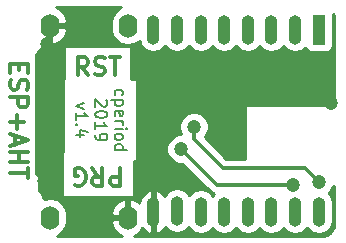
<source format=gbr>
G04 #@! TF.GenerationSoftware,KiCad,Pcbnew,5.0.2-bee76a0~70~ubuntu18.04.1*
G04 #@! TF.CreationDate,2019-12-26T15:42:33-05:00*
G04 #@! TF.ProjectId,ESP-AHT10-Extra,4553502d-4148-4543-9130-2d4578747261,1.4*
G04 #@! TF.SameCoordinates,PX7bfa480PY66c2270*
G04 #@! TF.FileFunction,Copper,L1,Top*
G04 #@! TF.FilePolarity,Positive*
%FSLAX46Y46*%
G04 Gerber Fmt 4.6, Leading zero omitted, Abs format (unit mm)*
G04 Created by KiCad (PCBNEW 5.0.2-bee76a0~70~ubuntu18.04.1) date Thu 26 Dec 2019 03:42:33 PM EST*
%MOMM*%
%LPD*%
G01*
G04 APERTURE LIST*
G04 #@! TA.AperFunction,NonConductor*
%ADD10C,0.150000*%
G04 #@! TD*
G04 #@! TA.AperFunction,NonConductor*
%ADD11C,0.300000*%
G04 #@! TD*
G04 #@! TA.AperFunction,ComponentPad*
%ADD12R,1.100000X2.500000*%
G04 #@! TD*
G04 #@! TA.AperFunction,ComponentPad*
%ADD13O,1.100000X2.500000*%
G04 #@! TD*
G04 #@! TA.AperFunction,ComponentPad*
%ADD14O,1.600000X2.000000*%
G04 #@! TD*
G04 #@! TA.AperFunction,ViaPad*
%ADD15C,1.200000*%
G04 #@! TD*
G04 #@! TA.AperFunction,Conductor*
%ADD16C,0.300000*%
G04 #@! TD*
G04 #@! TA.AperFunction,Conductor*
%ADD17C,0.254000*%
G04 #@! TD*
G04 APERTURE END LIST*
D10*
X18995238Y12595239D02*
X18947619Y12690477D01*
X18947619Y12880953D01*
X18995238Y12976191D01*
X19042857Y13023810D01*
X19138095Y13071429D01*
X19423809Y13071429D01*
X19519047Y13023810D01*
X19566666Y12976191D01*
X19614285Y12880953D01*
X19614285Y12690477D01*
X19566666Y12595239D01*
X19614285Y12166667D02*
X18614285Y12166667D01*
X19566666Y12166667D02*
X19614285Y12071429D01*
X19614285Y11880953D01*
X19566666Y11785715D01*
X19519047Y11738096D01*
X19423809Y11690477D01*
X19138095Y11690477D01*
X19042857Y11738096D01*
X18995238Y11785715D01*
X18947619Y11880953D01*
X18947619Y12071429D01*
X18995238Y12166667D01*
X18995238Y10880953D02*
X18947619Y10976191D01*
X18947619Y11166667D01*
X18995238Y11261905D01*
X19090476Y11309524D01*
X19471428Y11309524D01*
X19566666Y11261905D01*
X19614285Y11166667D01*
X19614285Y10976191D01*
X19566666Y10880953D01*
X19471428Y10833334D01*
X19376190Y10833334D01*
X19280952Y11309524D01*
X18947619Y10404762D02*
X19614285Y10404762D01*
X19423809Y10404762D02*
X19519047Y10357143D01*
X19566666Y10309524D01*
X19614285Y10214286D01*
X19614285Y10119048D01*
X18947619Y9785715D02*
X19614285Y9785715D01*
X19947619Y9785715D02*
X19900000Y9833334D01*
X19852380Y9785715D01*
X19900000Y9738096D01*
X19947619Y9785715D01*
X19852380Y9785715D01*
X18947619Y9166667D02*
X18995238Y9261905D01*
X19042857Y9309524D01*
X19138095Y9357143D01*
X19423809Y9357143D01*
X19519047Y9309524D01*
X19566666Y9261905D01*
X19614285Y9166667D01*
X19614285Y9023810D01*
X19566666Y8928572D01*
X19519047Y8880953D01*
X19423809Y8833334D01*
X19138095Y8833334D01*
X19042857Y8880953D01*
X18995238Y8928572D01*
X18947619Y9023810D01*
X18947619Y9166667D01*
X18947619Y7976191D02*
X19947619Y7976191D01*
X18995238Y7976191D02*
X18947619Y8071429D01*
X18947619Y8261905D01*
X18995238Y8357143D01*
X19042857Y8404762D01*
X19138095Y8452381D01*
X19423809Y8452381D01*
X19519047Y8404762D01*
X19566666Y8357143D01*
X19614285Y8261905D01*
X19614285Y8071429D01*
X19566666Y7976191D01*
X18202380Y12214286D02*
X18250000Y12166667D01*
X18297619Y12071429D01*
X18297619Y11833334D01*
X18250000Y11738096D01*
X18202380Y11690477D01*
X18107142Y11642858D01*
X18011904Y11642858D01*
X17869047Y11690477D01*
X17297619Y12261905D01*
X17297619Y11642858D01*
X18297619Y11023810D02*
X18297619Y10928572D01*
X18250000Y10833334D01*
X18202380Y10785715D01*
X18107142Y10738096D01*
X17916666Y10690477D01*
X17678571Y10690477D01*
X17488095Y10738096D01*
X17392857Y10785715D01*
X17345238Y10833334D01*
X17297619Y10928572D01*
X17297619Y11023810D01*
X17345238Y11119048D01*
X17392857Y11166667D01*
X17488095Y11214286D01*
X17678571Y11261905D01*
X17916666Y11261905D01*
X18107142Y11214286D01*
X18202380Y11166667D01*
X18250000Y11119048D01*
X18297619Y11023810D01*
X17297619Y9738096D02*
X17297619Y10309524D01*
X17297619Y10023810D02*
X18297619Y10023810D01*
X18154761Y10119048D01*
X18059523Y10214286D01*
X18011904Y10309524D01*
X17297619Y9261905D02*
X17297619Y9071429D01*
X17345238Y8976191D01*
X17392857Y8928572D01*
X17535714Y8833334D01*
X17726190Y8785715D01*
X18107142Y8785715D01*
X18202380Y8833334D01*
X18250000Y8880953D01*
X18297619Y8976191D01*
X18297619Y9166667D01*
X18250000Y9261905D01*
X18202380Y9309524D01*
X18107142Y9357143D01*
X17869047Y9357143D01*
X17773809Y9309524D01*
X17726190Y9261905D01*
X17678571Y9166667D01*
X17678571Y8976191D01*
X17726190Y8880953D01*
X17773809Y8833334D01*
X17869047Y8785715D01*
X16314285Y11928572D02*
X15647619Y11690477D01*
X16314285Y11452381D01*
X15647619Y10547620D02*
X15647619Y11119048D01*
X15647619Y10833334D02*
X16647619Y10833334D01*
X16504761Y10928572D01*
X16409523Y11023810D01*
X16361904Y11119048D01*
X15742857Y10119048D02*
X15695238Y10071429D01*
X15647619Y10119048D01*
X15695238Y10166667D01*
X15742857Y10119048D01*
X15647619Y10119048D01*
X16314285Y9214286D02*
X15647619Y9214286D01*
X16695238Y9452381D02*
X15980952Y9690477D01*
X15980952Y9071429D01*
D11*
X19392857Y6428572D02*
X19392857Y4928572D01*
X18821428Y4928572D01*
X18678571Y5000000D01*
X18607142Y5071429D01*
X18535714Y5214286D01*
X18535714Y5428572D01*
X18607142Y5571429D01*
X18678571Y5642858D01*
X18821428Y5714286D01*
X19392857Y5714286D01*
X17035714Y6428572D02*
X17535714Y5714286D01*
X17892857Y6428572D02*
X17892857Y4928572D01*
X17321428Y4928572D01*
X17178571Y5000000D01*
X17107142Y5071429D01*
X17035714Y5214286D01*
X17035714Y5428572D01*
X17107142Y5571429D01*
X17178571Y5642858D01*
X17321428Y5714286D01*
X17892857Y5714286D01*
X15607142Y5000000D02*
X15750000Y4928572D01*
X15964285Y4928572D01*
X16178571Y5000000D01*
X16321428Y5142858D01*
X16392857Y5285715D01*
X16464285Y5571429D01*
X16464285Y5785715D01*
X16392857Y6071429D01*
X16321428Y6214286D01*
X16178571Y6357143D01*
X15964285Y6428572D01*
X15821428Y6428572D01*
X15607142Y6357143D01*
X15535714Y6285715D01*
X15535714Y5785715D01*
X15821428Y5785715D01*
X16678571Y14321429D02*
X16178571Y15035715D01*
X15821428Y14321429D02*
X15821428Y15821429D01*
X16392857Y15821429D01*
X16535714Y15750000D01*
X16607142Y15678572D01*
X16678571Y15535715D01*
X16678571Y15321429D01*
X16607142Y15178572D01*
X16535714Y15107143D01*
X16392857Y15035715D01*
X15821428Y15035715D01*
X17250000Y14392858D02*
X17464285Y14321429D01*
X17821428Y14321429D01*
X17964285Y14392858D01*
X18035714Y14464286D01*
X18107142Y14607143D01*
X18107142Y14750000D01*
X18035714Y14892858D01*
X17964285Y14964286D01*
X17821428Y15035715D01*
X17535714Y15107143D01*
X17392857Y15178572D01*
X17321428Y15250000D01*
X17250000Y15392858D01*
X17250000Y15535715D01*
X17321428Y15678572D01*
X17392857Y15750000D01*
X17535714Y15821429D01*
X17892857Y15821429D01*
X18107142Y15750000D01*
X18535714Y15821429D02*
X19392857Y15821429D01*
X18964285Y14321429D02*
X18964285Y15821429D01*
X10857142Y15214286D02*
X10857142Y14714286D01*
X10071428Y14500000D02*
X10071428Y15214286D01*
X11571428Y15214286D01*
X11571428Y14500000D01*
X10142857Y13928572D02*
X10071428Y13714286D01*
X10071428Y13357143D01*
X10142857Y13214286D01*
X10214285Y13142858D01*
X10357142Y13071429D01*
X10500000Y13071429D01*
X10642857Y13142858D01*
X10714285Y13214286D01*
X10785714Y13357143D01*
X10857142Y13642858D01*
X10928571Y13785715D01*
X11000000Y13857143D01*
X11142857Y13928572D01*
X11285714Y13928572D01*
X11428571Y13857143D01*
X11500000Y13785715D01*
X11571428Y13642858D01*
X11571428Y13285715D01*
X11500000Y13071429D01*
X10071428Y12428572D02*
X11571428Y12428572D01*
X11571428Y11857143D01*
X11500000Y11714286D01*
X11428571Y11642858D01*
X11285714Y11571429D01*
X11071428Y11571429D01*
X10928571Y11642858D01*
X10857142Y11714286D01*
X10785714Y11857143D01*
X10785714Y12428572D01*
X10642857Y10928572D02*
X10642857Y9785715D01*
X10071428Y10357143D02*
X11214285Y10357143D01*
X10500000Y9142858D02*
X10500000Y8428572D01*
X10071428Y9285715D02*
X11571428Y8785715D01*
X10071428Y8285715D01*
X10071428Y7785715D02*
X11571428Y7785715D01*
X10857142Y7785715D02*
X10857142Y6928572D01*
X10071428Y6928572D02*
X11571428Y6928572D01*
X11571428Y6428572D02*
X11571428Y5571429D01*
X10071428Y6000000D02*
X11571428Y6000000D01*
D12*
G04 #@! TO.P,U3,1*
G04 #@! TO.N,Net-(R2-Pad1)*
X36209217Y18137626D03*
D13*
G04 #@! TO.P,U3,2*
G04 #@! TO.N,N/C*
X34209217Y18137626D03*
G04 #@! TO.P,U3,3*
G04 #@! TO.N,Net-(R1-Pad2)*
X32209217Y18137626D03*
G04 #@! TO.P,U3,4*
G04 #@! TO.N,Net-(R2-Pad2)*
X30209217Y18137626D03*
G04 #@! TO.P,U3,5*
G04 #@! TO.N,N/C*
X28209217Y18137626D03*
G04 #@! TO.P,U3,6*
X26209217Y18137626D03*
G04 #@! TO.P,U3,7*
X24209217Y18137626D03*
G04 #@! TO.P,U3,8*
G04 #@! TO.N,3V3*
X22209217Y18137626D03*
G04 #@! TO.P,U3,9*
G04 #@! TO.N,GND*
X22209217Y2737626D03*
G04 #@! TO.P,U3,10*
G04 #@! TO.N,Net-(R4-Pad1)*
X24209217Y2837626D03*
G04 #@! TO.P,U3,11*
G04 #@! TO.N,N/C*
X26209217Y2737626D03*
G04 #@! TO.P,U3,12*
G04 #@! TO.N,Net-(R5-Pad2)*
X28209217Y2737626D03*
G04 #@! TO.P,U3,13*
G04 #@! TO.N,SDA*
X30209217Y2737626D03*
G04 #@! TO.P,U3,14*
G04 #@! TO.N,SCL*
X32209217Y2737626D03*
G04 #@! TO.P,U3,15*
G04 #@! TO.N,eRX*
X34209217Y2737626D03*
G04 #@! TO.P,U3,16*
G04 #@! TO.N,eTX*
X36209217Y2737626D03*
G04 #@! TD*
D14*
G04 #@! TO.P,SW1,2*
G04 #@! TO.N,GND*
X13450000Y18500000D03*
G04 #@! TO.P,SW1,1*
G04 #@! TO.N,Net-(R2-Pad2)*
X20050000Y18500000D03*
G04 #@! TD*
G04 #@! TO.P,SW2,1*
G04 #@! TO.N,Net-(R5-Pad2)*
X13450000Y2250000D03*
G04 #@! TO.P,SW2,2*
G04 #@! TO.N,GND*
X20050000Y2250000D03*
G04 #@! TD*
D15*
G04 #@! TO.N,GND*
X28250000Y11800000D03*
X37225000Y11950000D03*
X12950000Y5300000D03*
X13226828Y16906817D03*
G04 #@! TO.N,eRX*
X24550002Y8050000D03*
X34050000Y5025000D03*
G04 #@! TO.N,eTX*
X36239335Y5243178D03*
X25650000Y9950000D03*
G04 #@! TD*
D16*
G04 #@! TO.N,GND*
X28400000Y11950000D02*
X28250000Y11800000D01*
X37225000Y11950000D02*
X28400000Y11950000D01*
X12950000Y5300000D02*
X12350001Y5899999D01*
X12350001Y16029990D02*
X13226828Y16906817D01*
X12350001Y5899999D02*
X12350001Y16029990D01*
G04 #@! TO.N,eRX*
X24550002Y8050000D02*
X27575002Y5025000D01*
X27575002Y5025000D02*
X34050000Y5025000D01*
G04 #@! TO.N,eTX*
X35032513Y6450000D02*
X36239335Y5243178D01*
X25650000Y8875000D02*
X28075000Y6450000D01*
X25650000Y9950000D02*
X25650000Y8875000D01*
X28075000Y6450000D02*
X35032513Y6450000D01*
G04 #@! TD*
D17*
G04 #@! TO.N,GND*
G36*
X19015423Y19734576D02*
X18698260Y19259908D01*
X18615000Y18841332D01*
X18615000Y18158667D01*
X18698260Y17740091D01*
X19015424Y17265423D01*
X19490092Y16948260D01*
X20050000Y16836887D01*
X20609909Y16948260D01*
X21041042Y17236334D01*
X21092972Y16975263D01*
X21354880Y16583289D01*
X21746853Y16321381D01*
X22209217Y16229411D01*
X22671580Y16321381D01*
X23063554Y16583289D01*
X23209217Y16801289D01*
X23354880Y16583289D01*
X23746853Y16321381D01*
X24209217Y16229411D01*
X24671580Y16321381D01*
X25063554Y16583289D01*
X25209217Y16801289D01*
X25354880Y16583289D01*
X25746853Y16321381D01*
X26209217Y16229411D01*
X26671580Y16321381D01*
X27063554Y16583289D01*
X27209217Y16801289D01*
X27354880Y16583289D01*
X27746853Y16321381D01*
X28209217Y16229411D01*
X28671580Y16321381D01*
X29063554Y16583289D01*
X29209217Y16801289D01*
X29354880Y16583289D01*
X29746853Y16321381D01*
X30209217Y16229411D01*
X30671580Y16321381D01*
X31063554Y16583289D01*
X31209217Y16801289D01*
X31354880Y16583289D01*
X31746853Y16321381D01*
X32209217Y16229411D01*
X32671580Y16321381D01*
X33063554Y16583289D01*
X33209217Y16801289D01*
X33354880Y16583289D01*
X33746853Y16321381D01*
X34209217Y16229411D01*
X34671580Y16321381D01*
X35063554Y16583289D01*
X35081207Y16609709D01*
X35201408Y16429817D01*
X35411452Y16289469D01*
X35659217Y16240186D01*
X36759217Y16240186D01*
X37006982Y16289469D01*
X37217026Y16429817D01*
X37357374Y16639861D01*
X37406657Y16887626D01*
X37406657Y19387626D01*
X37381445Y19514379D01*
X37459549Y19379912D01*
X37537787Y19042369D01*
X37540000Y18986045D01*
X37540000Y11783607D01*
X30059398Y11768810D01*
X30010772Y11759028D01*
X29969635Y11731401D01*
X29942202Y11690134D01*
X29932649Y11641511D01*
X29943029Y7235000D01*
X28400158Y7235000D01*
X26540855Y9094302D01*
X26696982Y9250429D01*
X26885000Y9704343D01*
X26885000Y10195657D01*
X26696982Y10649571D01*
X26349571Y10996982D01*
X25895657Y11185000D01*
X25404343Y11185000D01*
X24950429Y10996982D01*
X24603018Y10649571D01*
X24415000Y10195657D01*
X24415000Y9704343D01*
X24588698Y9285000D01*
X24304345Y9285000D01*
X23850431Y9096982D01*
X23503020Y8749571D01*
X23315002Y8295657D01*
X23315002Y7804343D01*
X23503020Y7350429D01*
X23850431Y7003018D01*
X24304345Y6815000D01*
X24674845Y6815000D01*
X26965255Y4524589D01*
X27009049Y4459047D01*
X27074591Y4415253D01*
X27074593Y4415251D01*
X27178800Y4345622D01*
X27268710Y4285546D01*
X27340987Y4271169D01*
X27209217Y4073963D01*
X27063554Y4291963D01*
X26671581Y4553871D01*
X26209217Y4645841D01*
X25746854Y4553871D01*
X25354881Y4291963D01*
X25242626Y4123962D01*
X25063554Y4391963D01*
X24671581Y4653871D01*
X24209217Y4745841D01*
X23746854Y4653871D01*
X23354881Y4391963D01*
X23168307Y4112737D01*
X22957335Y4365350D01*
X22545363Y4581024D01*
X22518961Y4581429D01*
X22336217Y4455987D01*
X22336217Y2864626D01*
X22356217Y2864626D01*
X22356217Y2610626D01*
X22336217Y2610626D01*
X22336217Y1019265D01*
X22518961Y893823D01*
X22545363Y894228D01*
X22957335Y1109902D01*
X23242547Y1451408D01*
X23354880Y1283289D01*
X23746853Y1021381D01*
X24209217Y929411D01*
X24671580Y1021381D01*
X25063554Y1283289D01*
X25175808Y1451289D01*
X25354880Y1183289D01*
X25746853Y921381D01*
X26209217Y829411D01*
X26671580Y921381D01*
X27063554Y1183289D01*
X27209217Y1401289D01*
X27354880Y1183289D01*
X27746853Y921381D01*
X28209217Y829411D01*
X28671580Y921381D01*
X29063554Y1183289D01*
X29209217Y1401289D01*
X29354880Y1183289D01*
X29746853Y921381D01*
X30209217Y829411D01*
X30671580Y921381D01*
X31063554Y1183289D01*
X31209217Y1401289D01*
X31354880Y1183289D01*
X31746853Y921381D01*
X32209217Y829411D01*
X32671580Y921381D01*
X33063554Y1183289D01*
X33209217Y1401289D01*
X33354880Y1183289D01*
X33746853Y921381D01*
X34209217Y829411D01*
X34671580Y921381D01*
X35063554Y1183289D01*
X35209217Y1401289D01*
X35354880Y1183289D01*
X35746853Y921381D01*
X36209217Y829411D01*
X36671580Y921381D01*
X37063554Y1183289D01*
X37325462Y1575262D01*
X37394217Y1920916D01*
X37394217Y3554336D01*
X37325462Y3899990D01*
X37063554Y4291963D01*
X37046241Y4303531D01*
X37286317Y4543607D01*
X37443709Y4923583D01*
X37540001Y4922610D01*
X37540001Y1803077D01*
X37486399Y1446546D01*
X37353564Y1169917D01*
X37145264Y944580D01*
X36879912Y790451D01*
X36542369Y712213D01*
X36486045Y710000D01*
X20535814Y710000D01*
X20954424Y929363D01*
X21283017Y1323133D01*
X21461099Y1109902D01*
X21873071Y894228D01*
X21899473Y893823D01*
X22082217Y1019265D01*
X22082217Y2610626D01*
X22062217Y2610626D01*
X22062217Y2864626D01*
X22082217Y2864626D01*
X22082217Y4455987D01*
X21899473Y4581429D01*
X21873071Y4581024D01*
X21461099Y4365350D01*
X21163021Y4008439D01*
X21024217Y3564626D01*
X21024217Y3487001D01*
X20954424Y3570637D01*
X20456730Y3831442D01*
X20399039Y3841904D01*
X20177000Y3719915D01*
X20177000Y2377000D01*
X20197000Y2377000D01*
X20197000Y2123000D01*
X20177000Y2123000D01*
X20177000Y2103000D01*
X19923000Y2103000D01*
X19923000Y2123000D01*
X18770529Y2123000D01*
X18618066Y1897114D01*
X18785572Y1360774D01*
X19145576Y929363D01*
X19564186Y710000D01*
X14053070Y710000D01*
X14032179Y713141D01*
X14484576Y1015423D01*
X14801740Y1490091D01*
X14885000Y1908667D01*
X14885000Y2591332D01*
X14882702Y2602886D01*
X18618066Y2602886D01*
X18770529Y2377000D01*
X19923000Y2377000D01*
X19923000Y3719915D01*
X19700961Y3841904D01*
X19643270Y3831442D01*
X19145576Y3570637D01*
X18785572Y3139226D01*
X18618066Y2602886D01*
X14882702Y2602886D01*
X14801740Y3009908D01*
X14484577Y3484577D01*
X14009909Y3801740D01*
X13450000Y3913113D01*
X12912985Y3806294D01*
X12870238Y4021196D01*
X12764223Y4277137D01*
X12764223Y4277138D01*
X12547451Y4601562D01*
X12505442Y4643571D01*
X12540000Y4643571D01*
X12540000Y7780000D01*
X14465000Y7780000D01*
X14465000Y3960000D01*
X20535000Y3960000D01*
X20535000Y7028095D01*
X20792500Y7028095D01*
X20792500Y13971905D01*
X20320715Y13971905D01*
X20320715Y16790000D01*
X14679286Y16790000D01*
X14679286Y13971905D01*
X14572500Y13971905D01*
X14572500Y7780000D01*
X14465000Y7780000D01*
X12540000Y7780000D01*
X12540000Y16140987D01*
X12547451Y16148438D01*
X12764223Y16472862D01*
X12833396Y16639861D01*
X12870238Y16728804D01*
X12920753Y16982760D01*
X13043270Y16918558D01*
X13100961Y16908096D01*
X13323000Y17030085D01*
X13323000Y18373000D01*
X13577000Y18373000D01*
X13577000Y17030085D01*
X13799039Y16908096D01*
X13856730Y16918558D01*
X14354424Y17179363D01*
X14714428Y17610774D01*
X14881934Y18147114D01*
X14729471Y18373000D01*
X13577000Y18373000D01*
X13323000Y18373000D01*
X13303000Y18373000D01*
X13303000Y18627000D01*
X13323000Y18627000D01*
X13323000Y18647000D01*
X13577000Y18647000D01*
X13577000Y18627000D01*
X14729471Y18627000D01*
X14881934Y18852886D01*
X14714428Y19389226D01*
X14354424Y19820637D01*
X13945433Y20034959D01*
X13957631Y20037787D01*
X14013955Y20040000D01*
X19472521Y20040000D01*
X19015423Y19734576D01*
X19015423Y19734576D01*
G37*
X19015423Y19734576D02*
X18698260Y19259908D01*
X18615000Y18841332D01*
X18615000Y18158667D01*
X18698260Y17740091D01*
X19015424Y17265423D01*
X19490092Y16948260D01*
X20050000Y16836887D01*
X20609909Y16948260D01*
X21041042Y17236334D01*
X21092972Y16975263D01*
X21354880Y16583289D01*
X21746853Y16321381D01*
X22209217Y16229411D01*
X22671580Y16321381D01*
X23063554Y16583289D01*
X23209217Y16801289D01*
X23354880Y16583289D01*
X23746853Y16321381D01*
X24209217Y16229411D01*
X24671580Y16321381D01*
X25063554Y16583289D01*
X25209217Y16801289D01*
X25354880Y16583289D01*
X25746853Y16321381D01*
X26209217Y16229411D01*
X26671580Y16321381D01*
X27063554Y16583289D01*
X27209217Y16801289D01*
X27354880Y16583289D01*
X27746853Y16321381D01*
X28209217Y16229411D01*
X28671580Y16321381D01*
X29063554Y16583289D01*
X29209217Y16801289D01*
X29354880Y16583289D01*
X29746853Y16321381D01*
X30209217Y16229411D01*
X30671580Y16321381D01*
X31063554Y16583289D01*
X31209217Y16801289D01*
X31354880Y16583289D01*
X31746853Y16321381D01*
X32209217Y16229411D01*
X32671580Y16321381D01*
X33063554Y16583289D01*
X33209217Y16801289D01*
X33354880Y16583289D01*
X33746853Y16321381D01*
X34209217Y16229411D01*
X34671580Y16321381D01*
X35063554Y16583289D01*
X35081207Y16609709D01*
X35201408Y16429817D01*
X35411452Y16289469D01*
X35659217Y16240186D01*
X36759217Y16240186D01*
X37006982Y16289469D01*
X37217026Y16429817D01*
X37357374Y16639861D01*
X37406657Y16887626D01*
X37406657Y19387626D01*
X37381445Y19514379D01*
X37459549Y19379912D01*
X37537787Y19042369D01*
X37540000Y18986045D01*
X37540000Y11783607D01*
X30059398Y11768810D01*
X30010772Y11759028D01*
X29969635Y11731401D01*
X29942202Y11690134D01*
X29932649Y11641511D01*
X29943029Y7235000D01*
X28400158Y7235000D01*
X26540855Y9094302D01*
X26696982Y9250429D01*
X26885000Y9704343D01*
X26885000Y10195657D01*
X26696982Y10649571D01*
X26349571Y10996982D01*
X25895657Y11185000D01*
X25404343Y11185000D01*
X24950429Y10996982D01*
X24603018Y10649571D01*
X24415000Y10195657D01*
X24415000Y9704343D01*
X24588698Y9285000D01*
X24304345Y9285000D01*
X23850431Y9096982D01*
X23503020Y8749571D01*
X23315002Y8295657D01*
X23315002Y7804343D01*
X23503020Y7350429D01*
X23850431Y7003018D01*
X24304345Y6815000D01*
X24674845Y6815000D01*
X26965255Y4524589D01*
X27009049Y4459047D01*
X27074591Y4415253D01*
X27074593Y4415251D01*
X27178800Y4345622D01*
X27268710Y4285546D01*
X27340987Y4271169D01*
X27209217Y4073963D01*
X27063554Y4291963D01*
X26671581Y4553871D01*
X26209217Y4645841D01*
X25746854Y4553871D01*
X25354881Y4291963D01*
X25242626Y4123962D01*
X25063554Y4391963D01*
X24671581Y4653871D01*
X24209217Y4745841D01*
X23746854Y4653871D01*
X23354881Y4391963D01*
X23168307Y4112737D01*
X22957335Y4365350D01*
X22545363Y4581024D01*
X22518961Y4581429D01*
X22336217Y4455987D01*
X22336217Y2864626D01*
X22356217Y2864626D01*
X22356217Y2610626D01*
X22336217Y2610626D01*
X22336217Y1019265D01*
X22518961Y893823D01*
X22545363Y894228D01*
X22957335Y1109902D01*
X23242547Y1451408D01*
X23354880Y1283289D01*
X23746853Y1021381D01*
X24209217Y929411D01*
X24671580Y1021381D01*
X25063554Y1283289D01*
X25175808Y1451289D01*
X25354880Y1183289D01*
X25746853Y921381D01*
X26209217Y829411D01*
X26671580Y921381D01*
X27063554Y1183289D01*
X27209217Y1401289D01*
X27354880Y1183289D01*
X27746853Y921381D01*
X28209217Y829411D01*
X28671580Y921381D01*
X29063554Y1183289D01*
X29209217Y1401289D01*
X29354880Y1183289D01*
X29746853Y921381D01*
X30209217Y829411D01*
X30671580Y921381D01*
X31063554Y1183289D01*
X31209217Y1401289D01*
X31354880Y1183289D01*
X31746853Y921381D01*
X32209217Y829411D01*
X32671580Y921381D01*
X33063554Y1183289D01*
X33209217Y1401289D01*
X33354880Y1183289D01*
X33746853Y921381D01*
X34209217Y829411D01*
X34671580Y921381D01*
X35063554Y1183289D01*
X35209217Y1401289D01*
X35354880Y1183289D01*
X35746853Y921381D01*
X36209217Y829411D01*
X36671580Y921381D01*
X37063554Y1183289D01*
X37325462Y1575262D01*
X37394217Y1920916D01*
X37394217Y3554336D01*
X37325462Y3899990D01*
X37063554Y4291963D01*
X37046241Y4303531D01*
X37286317Y4543607D01*
X37443709Y4923583D01*
X37540001Y4922610D01*
X37540001Y1803077D01*
X37486399Y1446546D01*
X37353564Y1169917D01*
X37145264Y944580D01*
X36879912Y790451D01*
X36542369Y712213D01*
X36486045Y710000D01*
X20535814Y710000D01*
X20954424Y929363D01*
X21283017Y1323133D01*
X21461099Y1109902D01*
X21873071Y894228D01*
X21899473Y893823D01*
X22082217Y1019265D01*
X22082217Y2610626D01*
X22062217Y2610626D01*
X22062217Y2864626D01*
X22082217Y2864626D01*
X22082217Y4455987D01*
X21899473Y4581429D01*
X21873071Y4581024D01*
X21461099Y4365350D01*
X21163021Y4008439D01*
X21024217Y3564626D01*
X21024217Y3487001D01*
X20954424Y3570637D01*
X20456730Y3831442D01*
X20399039Y3841904D01*
X20177000Y3719915D01*
X20177000Y2377000D01*
X20197000Y2377000D01*
X20197000Y2123000D01*
X20177000Y2123000D01*
X20177000Y2103000D01*
X19923000Y2103000D01*
X19923000Y2123000D01*
X18770529Y2123000D01*
X18618066Y1897114D01*
X18785572Y1360774D01*
X19145576Y929363D01*
X19564186Y710000D01*
X14053070Y710000D01*
X14032179Y713141D01*
X14484576Y1015423D01*
X14801740Y1490091D01*
X14885000Y1908667D01*
X14885000Y2591332D01*
X14882702Y2602886D01*
X18618066Y2602886D01*
X18770529Y2377000D01*
X19923000Y2377000D01*
X19923000Y3719915D01*
X19700961Y3841904D01*
X19643270Y3831442D01*
X19145576Y3570637D01*
X18785572Y3139226D01*
X18618066Y2602886D01*
X14882702Y2602886D01*
X14801740Y3009908D01*
X14484577Y3484577D01*
X14009909Y3801740D01*
X13450000Y3913113D01*
X12912985Y3806294D01*
X12870238Y4021196D01*
X12764223Y4277137D01*
X12764223Y4277138D01*
X12547451Y4601562D01*
X12505442Y4643571D01*
X12540000Y4643571D01*
X12540000Y7780000D01*
X14465000Y7780000D01*
X14465000Y3960000D01*
X20535000Y3960000D01*
X20535000Y7028095D01*
X20792500Y7028095D01*
X20792500Y13971905D01*
X20320715Y13971905D01*
X20320715Y16790000D01*
X14679286Y16790000D01*
X14679286Y13971905D01*
X14572500Y13971905D01*
X14572500Y7780000D01*
X14465000Y7780000D01*
X12540000Y7780000D01*
X12540000Y16140987D01*
X12547451Y16148438D01*
X12764223Y16472862D01*
X12833396Y16639861D01*
X12870238Y16728804D01*
X12920753Y16982760D01*
X13043270Y16918558D01*
X13100961Y16908096D01*
X13323000Y17030085D01*
X13323000Y18373000D01*
X13577000Y18373000D01*
X13577000Y17030085D01*
X13799039Y16908096D01*
X13856730Y16918558D01*
X14354424Y17179363D01*
X14714428Y17610774D01*
X14881934Y18147114D01*
X14729471Y18373000D01*
X13577000Y18373000D01*
X13323000Y18373000D01*
X13303000Y18373000D01*
X13303000Y18627000D01*
X13323000Y18627000D01*
X13323000Y18647000D01*
X13577000Y18647000D01*
X13577000Y18627000D01*
X14729471Y18627000D01*
X14881934Y18852886D01*
X14714428Y19389226D01*
X14354424Y19820637D01*
X13945433Y20034959D01*
X13957631Y20037787D01*
X14013955Y20040000D01*
X19472521Y20040000D01*
X19015423Y19734576D01*
G04 #@! TD*
M02*

</source>
